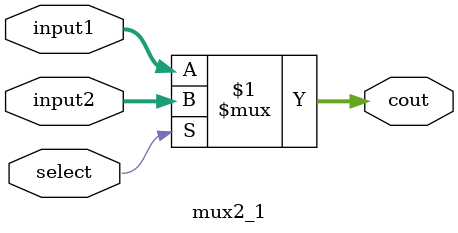
<source format=sv>
`timescale 1ns / 1ps


module mux2_1(
input logic [31:0]input1, 
input logic [31:0]input2, 
input logic select, 
output logic [31:0]cout
);

assign cout = select ? input2 : input1;

endmodule

</source>
